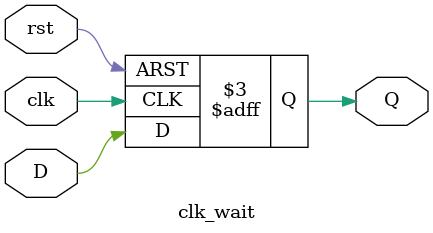
<source format=v>
`timescale 1ns / 1ps


module clk_wait(
input D,
input clk,
input rst,
output reg Q
    );
    
always @ (posedge clk, posedge rst)
begin

if (rst == 1'b1)
Q = 1'b0;
else
Q = D;
end
    
endmodule

</source>
